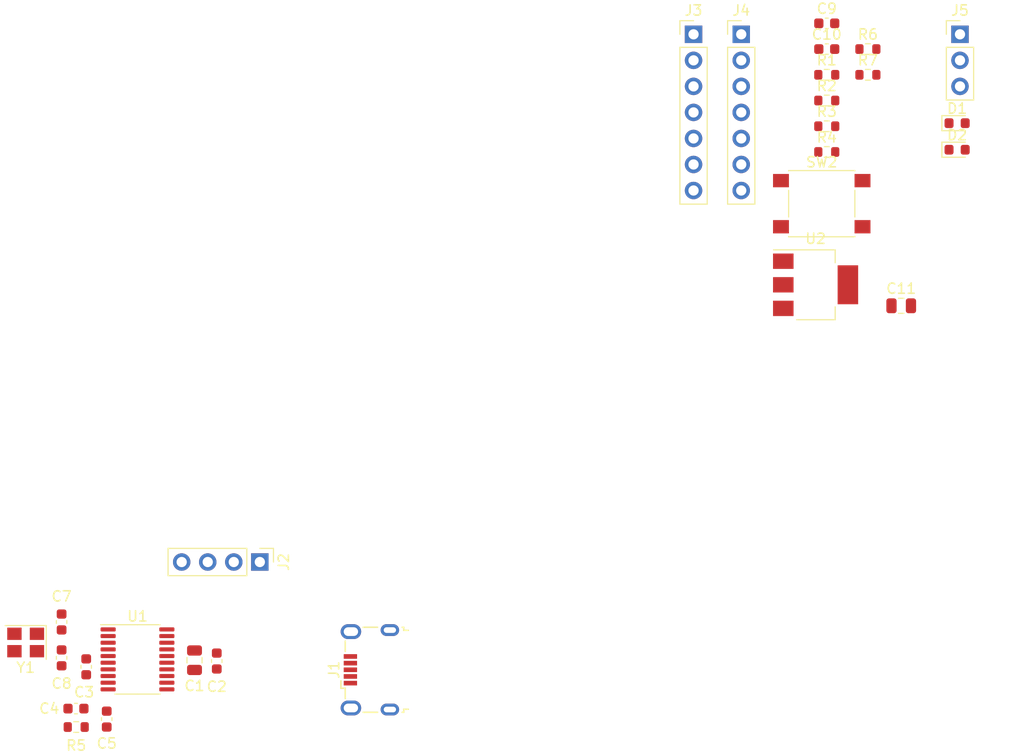
<source format=kicad_pcb>
(kicad_pcb (version 20221018) (generator pcbnew)
  (layers (0 "F.Cu" signal) (31 "B.Cu" power) (34 "B.Paste" user) (35 "F.Paste" user) (36 "B.SilkS" user "B.Silkscreen") (37 "F.SilkS" user "F.Silkscreen") (38 "B.Mask" user) (39 "F.Mask" user) (44 "Edge.Cuts" user))
  (net 0 "")
  (net 1 "+3.3V")
  (net 2 "GND")
  (net 3 "+3.3VA")
  (net 4 "/HSE_IN")
  (net 5 "/HSE_OUT")
  (net 6 "VBUS")
  (net 7 "/NRST")
  (net 8 "/PWR_LED_RED")
  (net 9 "Net-(D2-K)")
  (net 14 "/SWDIO")
  (net 15 "/SWCLK")
  (net 16 "/MISO")
  (net 17 "/SCLK")
  (net 18 "Net-(J3-Pin_3)")
  (net 19 "/USART_RX")
  (net 20 "/USART_TX")
  (net 21 "Net-(J3-Pin_6)")
  (net 22 "Net-(J3-Pin_7)")
  (net 23 "/SDA")
  (net 24 "/SCL")
  (net 25 "/MOSI")
  (net 26 "Net-(J5-Pin_2)")
  (net 27 "/BOOT0")
  (net 28 "Net-(U1-PB1)")
  (net 29 "Net-(Y1-Pad2)")
  (footprint "Capacitor_SMD:C_0603_1608Metric" (layer "F.Cu") (at 97.6 134.85 -90)
    (fp_text reference "C8" (at 2.5 0 -180) (layer "F.SilkS"))
    (fp_text value "20p")
    (fp_line (start -0.14058 -0.51) (end 0.14058 -0.51) (stroke (width 0.12)) (layer "F.SilkS"))
    (fp_line (start -0.14058 0.51) (end 0.14058 0.51) (stroke (width 0.12)) (layer "F.SilkS"))
    (pad "1" smd roundrect (at -0.775 0 270) (size 0.9 0.95) (layers "F.Cu" "F.Paste" "F.Mask") (net 5 "/HSE_OUT"))
    (pad "2" smd roundrect (at 0.775 0 270) (size 0.9 0.95) (layers "F.Cu" "F.Paste" "F.Mask") (net 2 "GND"))
  )
  (footprint "Capacitor_SMD:C_0603_1608Metric" (layer "F.Cu") (at 172.21 75.45)
    (fp_text reference "C10" (at 0 -1.43) (layer "F.SilkS"))
    (fp_text value "10u")
    (fp_line (start -0.14058 -0.51) (end 0.14058 -0.51) (stroke (width 0.12)) (layer "F.SilkS"))
    (fp_line (start -0.14058 0.51) (end 0.14058 0.51) (stroke (width 0.12)) (layer "F.SilkS"))
    (pad "1" smd roundrect (at -0.775 0) (size 0.9 0.95) (layers "F.Cu" "F.Paste" "F.Mask") (net 1 "+3.3V"))
    (pad "2" smd roundrect (at 0.775 0) (size 0.9 0.95) (layers "F.Cu" "F.Paste" "F.Mask") (net 2 "GND"))
  )
  (footprint "Capacitor_SMD:C_0805_2012Metric" (layer "F.Cu") (at 110.56 135.08 -90)
    (fp_text reference "C1" (at 2.5 0 -180) (layer "F.SilkS"))
    (fp_text value "100n")
    (fp_line (start -0.261252 -0.735) (end 0.261252 -0.735) (stroke (width 0.12)) (layer "F.SilkS"))
    (fp_line (start -0.261252 0.735) (end 0.261252 0.735) (stroke (width 0.12)) (layer "F.SilkS"))
    (pad "1" smd roundrect (at -0.95 0 270) (size 1 1.45) (layers "F.Cu" "F.Paste" "F.Mask") (net 1 "+3.3V"))
    (pad "2" smd roundrect (at 0.95 0 270) (size 1 1.45) (layers "F.Cu" "F.Paste" "F.Mask") (net 2 "GND"))
  )
  (footprint "Package_SO:TSSOP-20_4.4x6.5mm_P0.65mm" (layer "F.Cu") (at 105 135)
    (fp_text reference "U1" (at 0 -4.2) (layer "F.SilkS"))
    (fp_text value "STM32F030F4P6")
    (fp_line (start 0 -3.385) (end -3.6 -3.385) (stroke (width 0.12)) (layer "F.SilkS"))
    (fp_line (start 0 -3.385) (end 2.2 -3.385) (stroke (width 0.12)) (layer "F.SilkS"))
    (fp_line (start 0 3.385) (end -2.2 3.385) (stroke (width 0.12)) (layer "F.SilkS"))
    (fp_line (start 0 3.385) (end 2.2 3.385) (stroke (width 0.12)) (layer "F.SilkS"))
    (pad "1" smd roundrect (at -2.8625 -2.925) (size 1.475 0.4) (layers "F.Cu" "F.Paste" "F.Mask") (net 27 "/BOOT0"))
    (pad "2" smd roundrect (at -2.8625 -2.275) (size 1.475 0.4) (layers "F.Cu" "F.Paste" "F.Mask") (net 4 "/HSE_IN"))
    (pad "3" smd roundrect (at -2.8625 -1.625) (size 1.475 0.4) (layers "F.Cu" "F.Paste" "F.Mask") (net 5 "/HSE_OUT"))
    (pad "4" smd roundrect (at -2.8625 -0.975) (size 1.475 0.4) (layers "F.Cu" "F.Paste" "F.Mask") (net 7 "/NRST"))
    (pad "5" smd roundrect (at -2.8625 -0.325) (size 1.475 0.4) (layers "F.Cu" "F.Paste" "F.Mask") (net 3 "+3.3VA"))
    (pad "6" smd roundrect (at -2.8625 0.325) (size 1.475 0.4) (layers "F.Cu" "F.Paste" "F.Mask") (net 22 "Net-(J3-Pin_7)"))
    (pad "7" smd roundrect (at -2.8625 0.975) (size 1.475 0.4) (layers "F.Cu" "F.Paste" "F.Mask") (net 21 "Net-(J3-Pin_6)"))
    (pad "8" smd roundrect (at -2.8625 1.625) (size 1.475 0.4) (layers "F.Cu" "F.Paste" "F.Mask") (net 20 "/USART_TX"))
    (pad "9" smd roundrect (at -2.8625 2.275) (size 1.475 0.4) (layers "F.Cu" "F.Paste" "F.Mask") (net 19 "/USART_RX"))
    (pad "10" smd roundrect (at -2.8625 2.925) (size 1.475 0.4) (layers "F.Cu" "F.Paste" "F.Mask") (net 18 "Net-(J3-Pin_3)"))
    (pad "11" smd roundrect (at 2.8625 2.925) (size 1.475 0.4) (layers "F.Cu" "F.Paste" "F.Mask") (net 17 "/SCLK"))
    (pad "12" smd roundrect (at 2.8625 2.275) (size 1.475 0.4) (layers "F.Cu" "F.Paste" "F.Mask") (net 16 "/MISO"))
    (pad "13" smd roundrect (at 2.8625 1.625) (size 1.475 0.4) (layers "F.Cu" "F.Paste" "F.Mask") (net 25 "/MOSI"))
    (pad "14" smd roundrect (at 2.8625 0.975) (size 1.475 0.4) (layers "F.Cu" "F.Paste" "F.Mask") (net 28 "Net-(U1-PB1)"))
    (pad "15" smd roundrect (at 2.8625 0.325) (size 1.475 0.4) (layers "F.Cu" "F.Paste" "F.Mask") (net 2 "GND"))
    (pad "16" smd roundrect (at 2.8625 -0.325) (size 1.475 0.4) (layers "F.Cu" "F.Paste" "F.Mask") (net 1 "+3.3V"))
    (pad "17" smd roundrect (at 2.8625 -0.975) (size 1.475 0.4) (layers "F.Cu" "F.Paste" "F.Mask") (net 24 "/SCL"))
    (pad "18" smd roundrect (at 2.8625 -1.625) (size 1.475 0.4) (layers "F.Cu" "F.Paste" "F.Mask") (net 23 "/SDA"))
    (pad "19" smd roundrect (at 2.8625 -2.275) (size 1.475 0.4) (layers "F.Cu" "F.Paste" "F.Mask") (net 14 "/SWDIO"))
    (pad "20" smd roundrect (at 2.8625 -2.925) (size 1.475 0.4) (layers "F.Cu" "F.Paste" "F.Mask") (net 15 "/SWCLK"))
  )
  (footprint "Connector_PinHeader_2.54mm:PinHeader_1x07_P2.54mm_Vertical" (layer "F.Cu") (at 163.87 74.01)
    (fp_text reference "J4" (at 0 -2.33) (layer "F.SilkS"))
    (fp_text value "Conn_01x07_Pin")
    (fp_line (start -1.33 -1.33) (end 0 -1.33) (stroke (width 0.12)) (layer "F.SilkS"))
    (fp_line (start -1.33 0) (end -1.33 -1.33) (stroke (width 0.12)) (layer "F.SilkS"))
    (fp_line (start -1.33 1.27) (end -1.33 16.57) (stroke (width 0.12)) (layer "F.SilkS"))
    (fp_line (start -1.33 1.27) (end 1.33 1.27) (stroke (width 0.12)) (layer "F.SilkS"))
    (fp_line (start -1.33 16.57) (end 1.33 16.57) (stroke (width 0.12)) (layer "F.SilkS"))
    (fp_line (start 1.33 1.27) (end 1.33 16.57) (stroke (width 0.12)) (layer "F.SilkS"))
    (pad "1" thru_hole rect (at 0 0) (size 1.7 1.7) (drill 1) (layers "*.Cu" "*.Mask") (net 1 "+3.3V"))
    (pad "2" thru_hole oval (at 0 2.54) (size 1.7 1.7) (drill 1) (layers "*.Cu" "*.Mask") (net 1 "+3.3V"))
    (pad "3" thru_hole oval (at 0 5.08) (size 1.7 1.7) (drill 1) (layers "*.Cu" "*.Mask") (net 2 "GND"))
    (pad "4" thru_hole oval (at 0 7.62) (size 1.7 1.7) (drill 1) (layers "*.Cu" "*.Mask") (net 2 "GND"))
    (pad "5" thru_hole oval (at 0 10.16) (size 1.7 1.7) (drill 1) (layers "*.Cu" "*.Mask") (net 23 "/SDA"))
    (pad "6" thru_hole oval (at 0 12.7) (size 1.7 1.7) (drill 1) (layers "*.Cu" "*.Mask") (net 24 "/SCL"))
    (pad "7" thru_hole oval (at 0 15.24) (size 1.7 1.7) (drill 1) (layers "*.Cu" "*.Mask") (net 25 "/MOSI"))
  )
  (footprint "Connector_USB:USB_Micro-B_Wuerth_629105150521" (layer "F.Cu") (at 127.66 136.015 90)
    (fp_text reference "J1" (at 0 -3.5 90) (layer "F.SilkS"))
    (fp_text value "USB_B_Micro")
    (fp_line (start -4.15 -0.65) (end -4.15 0.75) (stroke (width 0.15)) (layer "F.SilkS"))
    (fp_line (start -4.15 3.15) (end -4.15 3.3) (stroke (width 0.15)) (layer "F.SilkS"))
    (fp_line (start -4.15 3.3) (end -3.85 3.3) (stroke (width 0.15)) (layer "F.SilkS"))
    (fp_line (start -3.85 3.3) (end -3.85 3.75) (stroke (width 0.15)) (layer "F.SilkS"))
    (fp_line (start -1.8 -2.825) (end -1.8 -2.4) (stroke (width 0.15)) (layer "F.SilkS"))
    (fp_line (start -1.8 -2.4) (end -2.8 -2.4) (stroke (width 0.15)) (layer "F.SilkS"))
    (fp_line (start -1.075 -2.825) (end -1.8 -2.825) (stroke (width 0.15)) (layer "F.SilkS"))
    (fp_line (start 1.8 -2.4) (end 2.8 -2.4) (stroke (width 0.15)) (layer "F.SilkS"))
    (fp_line (start 3.85 3.3) (end 4.15 3.3) (stroke (width 0.15)) (layer "F.SilkS"))
    (fp_line (start 3.85 3.75) (end 3.85 3.3) (stroke (width 0.15)) (layer "F.SilkS"))
    (fp_line (start 4.15 0.75) (end 4.15 -0.65) (stroke (width 0.15)) (layer "F.SilkS"))
    (fp_line (start 4.15 3.3) (end 4.15 3.15) (stroke (width 0.15)) (layer "F.SilkS"))
    (pad "" np_thru_hole oval (at -2.5 -0.8 90) (size 0.8 0.8) (drill 0.8) (layers "*.Cu" "*.Mask"))
    (pad "" np_thru_hole oval (at 2.5 -0.8 90) (size 0.8 0.8) (drill 0.8) (layers "*.Cu" "*.Mask"))
    (pad "1" smd rect (at -1.3 -1.9 90) (size 0.45 1.3) (layers "F.Cu" "F.Paste" "F.Mask") (net 6 "VBUS"))
    (pad "2" smd rect (at -0.65 -1.9 90) (size 0.45 1.3) (layers "F.Cu" "F.Paste" "F.Mask"))
    (pad "3" smd rect (at 0 -1.9 90) (size 0.45 1.3) (layers "F.Cu" "F.Paste" "F.Mask"))
    (pad "4" smd rect (at 0.65 -1.9 90) (size 0.45 1.3) (layers "F.Cu" "F.Paste" "F.Mask"))
    (pad "5" smd rect (at 1.3 -1.9 90) (size 0.45 1.3) (layers "F.Cu" "F.Paste" "F.Mask") (net 2 "GND"))
    (pad "6" thru_hole oval (at -3.875 1.95 90) (size 1.15 1.8) (drill oval 0.55 1.2) (layers "*.Cu" "*.Mask"))
    (pad "6" thru_hole oval (at -3.725 -1.85 90) (size 1.45 2) (drill oval 0.85 1.4) (layers "*.Cu" "*.Mask"))
    (pad "6" thru_hole oval (at 3.725 -1.85 90) (size 1.45 2) (drill oval 0.85 1.4) (layers "*.Cu" "*.Mask"))
    (pad "6" thru_hole oval (at 3.875 1.95 90) (size 1.15 1.8) (drill oval 0.55 1.2) (layers "*.Cu" "*.Mask"))
  )
  (footprint "Resistor_SMD:R_0603_1608Metric" (layer "F.Cu") (at 172.21 77.96)
    (fp_text reference "R1" (at 0 -1.43) (layer "F.SilkS"))
    (fp_text value "10K")
    (fp_line (start -0.237258 -0.5225) (end 0.237258 -0.5225) (stroke (width 0.12)) (layer "F.SilkS"))
    (fp_line (start -0.237258 0.5225) (end 0.237258 0.5225) (stroke (width 0.12)) (layer "F.SilkS"))
    (pad "1" smd roundrect (at -0.825 0) (size 0.8 0.95) (layers "F.Cu" "F.Paste" "F.Mask") (net 26 "Net-(J5-Pin_2)"))
    (pad "2" smd roundrect (at 0.825 0) (size 0.8 0.95) (layers "F.Cu" "F.Paste" "F.Mask") (net 27 "/BOOT0"))
  )
  (footprint "Connector_PinHeader_2.54mm:PinHeader_1x07_P2.54mm_Vertical" (layer "F.Cu") (at 159.22 74.01)
    (fp_text reference "J3" (at 0 -2.33) (layer "F.SilkS"))
    (fp_text value "Conn_01x07_Pin")
    (fp_line (start -1.33 -1.33) (end 0 -1.33) (stroke (width 0.12)) (layer "F.SilkS"))
    (fp_line (start -1.33 0) (end -1.33 -1.33) (stroke (width 0.12)) (layer "F.SilkS"))
    (fp_line (start -1.33 1.27) (end -1.33 16.57) (stroke (width 0.12)) (layer "F.SilkS"))
    (fp_line (start -1.33 1.27) (end 1.33 1.27) (stroke (width 0.12)) (layer "F.SilkS"))
    (fp_line (start -1.33 16.57) (end 1.33 16.57) (stroke (width 0.12)) (layer "F.SilkS"))
    (fp_line (start 1.33 1.27) (end 1.33 16.57) (stroke (width 0.12)) (layer "F.SilkS"))
    (pad "1" thru_hole rect (at 0 0) (size 1.7 1.7) (drill 1) (layers "*.Cu" "*.Mask") (net 16 "/MISO"))
    (pad "2" thru_hole oval (at 0 2.54) (size 1.7 1.7) (drill 1) (layers "*.Cu" "*.Mask") (net 17 "/SCLK"))
    (pad "3" thru_hole oval (at 0 5.08) (size 1.7 1.7) (drill 1) (layers "*.Cu" "*.Mask") (net 18 "Net-(J3-Pin_3)"))
    (pad "4" thru_hole oval (at 0 7.62) (size 1.7 1.7) (drill 1) (layers "*.Cu" "*.Mask") (net 19 "/USART_RX"))
    (pad "5" thru_hole oval (at 0 10.16) (size 1.7 1.7) (drill 1) (layers "*.Cu" "*.Mask") (net 20 "/USART_TX"))
    (pad "6" thru_hole oval (at 0 12.7) (size 1.7 1.7) (drill 1) (layers "*.Cu" "*.Mask") (net 21 "Net-(J3-Pin_6)"))
    (pad "7" thru_hole oval (at 0 15.24) (size 1.7 1.7) (drill 1) (layers "*.Cu" "*.Mask") (net 22 "Net-(J3-Pin_7)"))
  )
  (footprint "Capacitor_SMD:C_0603_1608Metric" (layer "F.Cu") (at 172.21 72.94)
    (fp_text reference "C9" (at 0 -1.43) (layer "F.SilkS"))
    (fp_text value "10u")
    (fp_line (start -0.14058 -0.51) (end 0.14058 -0.51) (stroke (width 0.12)) (layer "F.SilkS"))
    (fp_line (start -0.14058 0.51) (end 0.14058 0.51) (stroke (width 0.12)) (layer "F.SilkS"))
    (pad "1" smd roundrect (at -0.775 0) (size 0.9 0.95) (layers "F.Cu" "F.Paste" "F.Mask") (net 6 "VBUS"))
    (pad "2" smd roundrect (at 0.775 0) (size 0.9 0.95) (layers "F.Cu" "F.Paste" "F.Mask") (net 2 "GND"))
  )
  (footprint "LED_SMD:LED_0603_1608Metric" (layer "F.Cu") (at 184.92 82.68)
    (fp_text reference "D1" (at 0 -1.43) (layer "F.SilkS"))
    (fp_text value "RED")
    (fp_line (start -1.485 -0.735) (end -1.485 0.735) (stroke (width 0.12)) (layer "F.SilkS"))
    (fp_line (start -1.485 0.735) (end 0.8 0.735) (stroke (width 0.12)) (layer "F.SilkS"))
    (fp_line (start 0.8 -0.735) (end -1.485 -0.735) (stroke (width 0.12)) (layer "F.SilkS"))
    (pad "1" smd roundrect (at -0.7875 0) (size 0.875 0.95) (layers "F.Cu" "F.Paste" "F.Mask") (net 8 "/PWR_LED_RED"))
    (pad "2" smd roundrect (at 0.7875 0) (size 0.875 0.95) (layers "F.Cu" "F.Paste" "F.Mask") (net 1 "+3.3V"))
  )
  (footprint "LED_SMD:LED_0603_1608Metric" (layer "F.Cu") (at 184.92 85.27)
    (fp_text reference "D2" (at 0 -1.43) (layer "F.SilkS"))
    (fp_text value "RED")
    (fp_line (start -1.485 -0.735) (end -1.485 0.735) (stroke (width 0.12)) (layer "F.SilkS"))
    (fp_line (start -1.485 0.735) (end 0.8 0.735) (stroke (width 0.12)) (layer "F.SilkS"))
    (fp_line (start 0.8 -0.735) (end -1.485 -0.735) (stroke (width 0.12)) (layer "F.SilkS"))
    (pad "1" smd roundrect (at -0.7875 0) (size 0.875 0.95) (layers "F.Cu" "F.Paste" "F.Mask") (net 9 "Net-(D2-K)"))
    (pad "2" smd roundrect (at 0.7875 0) (size 0.875 0.95) (layers "F.Cu" "F.Paste" "F.Mask") (net 1 "+3.3V"))
  )
  (footprint "Connector_PinHeader_2.54mm:PinHeader_1x04_P2.54mm_Vertical" (layer "F.Cu") (at 116.93 125.5 -90)
    (fp_text reference "J2" (at 0 -2.33 90) (layer "F.SilkS"))
    (fp_text value "Conn_01x04_Pin")
    (fp_line (start -1.33 -1.33) (end 0 -1.33) (stroke (width 0.12)) (layer "F.SilkS"))
    (fp_line (start -1.33 0) (end -1.33 -1.33) (stroke (width 0.12)) (layer "F.SilkS"))
    (fp_line (start -1.33 1.27) (end -1.33 8.95) (stroke (width 0.12)) (layer "F.SilkS"))
    (fp_line (start -1.33 1.27) (end 1.33 1.27) (stroke (width 0.12)) (layer "F.SilkS"))
    (fp_line (start -1.33 8.95) (end 1.33 8.95) (stroke (width 0.12)) (layer "F.SilkS"))
    (fp_line (start 1.33 1.27) (end 1.33 8.95) (stroke (width 0.12)) (layer "F.SilkS"))
    (pad "1" thru_hole rect (at 0 0 270) (size 1.7 1.7) (drill 1) (layers "*.Cu" "*.Mask") (net 1 "+3.3V"))
    (pad "2" thru_hole oval (at 0 2.54 270) (size 1.7 1.7) (drill 1) (layers "*.Cu" "*.Mask") (net 14 "/SWDIO"))
    (pad "3" thru_hole oval (at 0 5.08 270) (size 1.7 1.7) (drill 1) (layers "*.Cu" "*.Mask") (net 15 "/SWCLK"))
    (pad "4" thru_hole oval (at 0 7.62 270) (size 1.7 1.7) (drill 1) (layers "*.Cu" "*.Mask") (net 2 "GND"))
  )
  (footprint "Capacitor_SMD:C_0603_1608Metric" (layer "F.Cu") (at 99 139.8)
    (fp_text reference "C4" (at -2.6 0 180) (layer "F.SilkS"))
    (fp_text value "1u")
    (fp_line (start -0.14058 -0.51) (end 0.14058 -0.51) (stroke (width 0.12)) (layer "F.SilkS"))
    (fp_line (start -0.14058 0.51) (end 0.14058 0.51) (stroke (width 0.12)) (layer "F.SilkS"))
    (pad "1" smd roundrect (at -0.775 0) (size 0.9 0.95) (layers "F.Cu" "F.Paste" "F.Mask") (net 3 "+3.3VA"))
    (pad "2" smd roundrect (at 0.775 0) (size 0.9 0.95) (layers "F.Cu" "F.Paste" "F.Mask") (net 2 "GND"))
  )
  (footprint "Capacitor_SMD:C_0603_1608Metric" (layer "F.Cu") (at 102 140.825 90)
    (fp_text reference "C5" (at -2.375 0) (layer "F.SilkS"))
    (fp_text value "1u")
    (fp_line (start -0.14058 -0.51) (end 0.14058 -0.51) (stroke (width 0.12)) (layer "F.SilkS"))
    (fp_line (start -0.14058 0.51) (end 0.14058 0.51) (stroke (width 0.12)) (layer "F.SilkS"))
    (pad "1" smd roundrect (at -0.775 0 90) (size 0.9 0.95) (layers "F.Cu" "F.Paste" "F.Mask") (net 1 "+3.3V"))
    (pad "2" smd roundrect (at 0.775 0 90) (size 0.9 0.95) (layers "F.Cu" "F.Paste" "F.Mask") (net 2 "GND"))
  )
  (footprint "Crystal:Crystal_SMD_3225-4Pin_3.2x2.5mm" (layer "F.Cu") (at 94.1 133.35 180)
    (fp_text reference "Y1" (at 0 -2.45) (layer "F.SilkS"))
    (fp_text value "24Mhz")
    (fp_line (start -2 -1.65) (end -2 1.65) (stroke (width 0.12)) (layer "F.SilkS"))
    (fp_line (start -2 1.65) (end 2 1.65) (stroke (width 0.12)) (layer "F.SilkS"))
    (pad "1" smd rect (at -1.1 0.85 180) (size 1.4 1.2) (layers "F.Cu" "F.Paste" "F.Mask") (net 4 "/HSE_IN"))
    (pad "2" smd rect (at 1.1 0.85 180) (size 1.4 1.2) (layers "F.Cu" "F.Paste" "F.Mask") (net 29 "Net-(Y1-Pad2)"))
    (pad "3" smd rect (at 1.1 -0.85 180) (size 1.4 1.2) (layers "F.Cu" "F.Paste" "F.Mask") (net 5 "/HSE_OUT"))
    (pad "4" smd rect (at -1.1 -0.85 180) (size 1.4 1.2) (layers "F.Cu" "F.Paste" "F.Mask") (net 29 "Net-(Y1-Pad2)"))
  )
  (footprint "Capacitor_SMD:C_0603_1608Metric" (layer "F.Cu") (at 112.73 135.16 -90)
    (fp_text reference "C2" (at 2.5 0 -180) (layer "F.SilkS"))
    (fp_text value "10u")
    (fp_line (start -0.14058 -0.51) (end 0.14058 -0.51) (stroke (width 0.12)) (layer "F.SilkS"))
    (fp_line (start -0.14058 0.51) (end 0.14058 0.51) (stroke (width 0.12)) (layer "F.SilkS"))
    (pad "1" smd roundrect (at -0.775 0 270) (size 0.9 0.95) (layers "F.Cu" "F.Paste" "F.Mask") (net 1 "+3.3V"))
    (pad "2" smd roundrect (at 0.775 0 270) (size 0.9 0.95) (layers "F.Cu" "F.Paste" "F.Mask") (net 2 "GND"))
  )
  (footprint "Resistor_SMD:R_0603_1608Metric" (layer "F.Cu") (at 176.22 75.45)
    (fp_text reference "R6" (at 0 -1.43) (layer "F.SilkS"))
    (fp_text value "1k")
    (fp_line (start -0.237258 -0.5225) (end 0.237258 -0.5225) (stroke (width 0.12)) (layer "F.SilkS"))
    (fp_line (start -0.237258 0.5225) (end 0.237258 0.5225) (stroke (width 0.12)) (layer "F.SilkS"))
    (pad "1" smd roundrect (at -0.825 0) (size 0.8 0.95) (layers "F.Cu" "F.Paste" "F.Mask") (net 28 "Net-(U1-PB1)"))
    (pad "2" smd roundrect (at 0.825 0) (size 0.8 0.95) (layers "F.Cu" "F.Paste" "F.Mask") (net 9 "Net-(D2-K)"))
  )
  (footprint "Package_TO_SOT_SMD:SOT-223-3_TabPin2" (layer "F.Cu") (at 171.12 98.45)
    (fp_text reference "U2" (at 0 -4.5) (layer "F.SilkS"))
    (fp_text value "AMS1117-3.3")
    (fp_line (start -4.1 -3.41) (end 1.91 -3.41) (stroke (width 0.12)) (layer "F.SilkS"))
    (fp_line (start -1.85 3.41) (end 1.91 3.41) (stroke (width 0.12)) (layer "F.SilkS"))
    (fp_line (start 1.91 -3.41) (end 1.91 -2.15) (stroke (width 0.12)) (layer "F.SilkS"))
    (fp_line (start 1.91 3.41) (end 1.91 2.15) (stroke (width 0.12)) (layer "F.SilkS"))
    (pad "1" smd rect (at -3.15 -2.3) (size 2 1.5) (layers "F.Cu" "F.Paste" "F.Mask") (net 2 "GND"))
    (pad "2" smd rect (at -3.15 0) (size 2 1.5) (layers "F.Cu" "F.Paste" "F.Mask") (net 1 "+3.3V"))
    (pad "2" smd rect (at 3.15 0) (size 2 3.8) (layers "F.Cu" "F.Paste" "F.Mask") (net 1 "+3.3V"))
    (pad "3" smd rect (at -3.15 2.3) (size 2 1.5) (layers "F.Cu" "F.Paste" "F.Mask") (net 6 "VBUS"))
  )
  (footprint "Resistor_SMD:R_0603_1608Metric" (layer "F.Cu") (at 172.21 85.49)
    (fp_text reference "R4" (at 0 -1.43) (layer "F.SilkS"))
    (fp_text value "1k")
    (fp_line (start -0.237258 -0.5225) (end 0.237258 -0.5225) (stroke (width 0.12)) (layer "F.SilkS"))
    (fp_line (start -0.237258 0.5225) (end 0.237258 0.5225) (stroke (width 0.12)) (layer "F.SilkS"))
    (pad "1" smd roundrect (at -0.825 0) (size 0.8 0.95) (layers "F.Cu" "F.Paste" "F.Mask") (net 1 "+3.3V"))
    (pad "2" smd roundrect (at 0.825 0) (size 0.8 0.95) (layers "F.Cu" "F.Paste" "F.Mask") (net 24 "/SCL"))
  )
  (footprint "Capacitor_SMD:C_0805_2012Metric" (layer "F.Cu") (at 179.47 100.5)
    (fp_text reference "C11" (at 0 -1.68) (layer "F.SilkS"))
    (fp_text value "100n")
    (fp_line (start -0.261252 -0.735) (end 0.261252 -0.735) (stroke (width 0.12)) (layer "F.SilkS"))
    (fp_line (start -0.261252 0.735) (end 0.261252 0.735) (stroke (width 0.12)) (layer "F.SilkS"))
    (pad "1" smd roundrect (at -0.95 0) (size 1 1.45) (layers "F.Cu" "F.Paste" "F.Mask") (net 7 "/NRST"))
    (pad "2" smd roundrect (at 0.95 0) (size 1 1.45) (layers "F.Cu" "F.Paste" "F.Mask") (net 2 "GND"))
  )
  (footprint "Resistor_SMD:R_0603_1608Metric" (layer "F.Cu") (at 172.21 80.47)
    (fp_text reference "R2" (at 0 -1.43) (layer "F.SilkS"))
    (fp_text value "1k")
    (fp_line (start -0.237258 -0.5225) (end 0.237258 -0.5225) (stroke (width 0.12)) (layer "F.SilkS"))
    (fp_line (start -0.237258 0.5225) (end 0.237258 0.5225) (stroke (width 0.12)) (layer "F.SilkS"))
    (pad "1" smd roundrect (at -0.825 0) (size 0.8 0.95) (layers "F.Cu" "F.Paste" "F.Mask") (net 8 "/PWR_LED_RED"))
    (pad "2" smd roundrect (at 0.825 0) (size 0.8 0.95) (layers "F.Cu" "F.Paste" "F.Mask") (net 2 "GND"))
  )
  (footprint "Resistor_SMD:R_0603_1608Metric" (layer "F.Cu") (at 99.025 141.6)
    (fp_text reference "R5" (at 0 1.8) (layer "F.SilkS"))
    (fp_text value "1k")
    (fp_line (start -0.237258 -0.5225) (end 0.237258 -0.5225) (stroke (width 0.12)) (layer "F.SilkS"))
    (fp_line (start -0.237258 0.5225) (end 0.237258 0.5225) (stroke (width 0.12)) (layer "F.SilkS"))
    (pad "1" smd roundrect (at -0.825 0) (size 0.8 0.95) (layers "F.Cu" "F.Paste" "F.Mask") (net 3 "+3.3VA"))
    (pad "2" smd roundrect (at 0.825 0) (size 0.8 0.95) (layers "F.Cu" "F.Paste" "F.Mask") (net 1 "+3.3V"))
  )
  (footprint "Button_Switch_SMD:SW_Push_1P1T_NO_6x6mm_H9.5mm" (layer "F.Cu") (at 171.72 90.535)
    (fp_text reference "SW2" (at 0 -4.05) (layer "F.SilkS"))
    (fp_text value "SW_Push")
    (fp_line (start -3.23 -3.23) (end 3.23 -3.23) (stroke (width 0.12)) (layer "F.SilkS"))
    (fp_line (start -3.23 -3.2) (end -3.23 -3.23) (stroke (width 0.12)) (layer "F.SilkS"))
    (fp_line (start -3.23 -1.3) (end -3.23 1.3) (stroke (width 0.12)) (layer "F.SilkS"))
    (fp_line (start -3.23 3.23) (end -3.23 3.2) (stroke (width 0.12)) (layer "F.SilkS"))
    (fp_line (start -3.23 3.23) (end 3.23 3.23) (stroke (width 0.12)) (layer "F.SilkS"))
    (fp_line (start 3.23 -3.23) (end 3.23 -3.2) (stroke (width 0.12)) (layer "F.SilkS"))
    (fp_line (start 3.23 -1.3) (end 3.23 1.3) (stroke (width 0.12)) (layer "F.SilkS"))
    (fp_line (start 3.23 3.23) (end 3.23 3.2) (stroke (width 0.12)) (layer "F.SilkS"))
    (pad "1" smd rect (at -3.975 -2.25) (size 1.55 1.3) (layers "F.Cu" "F.Paste" "F.Mask") (net 2 "GND"))
    (pad "1" smd rect (at 3.975 -2.25) (size 1.55 1.3) (layers "F.Cu" "F.Paste" "F.Mask") (net 2 "GND"))
    (pad "2" smd rect (at -3.975 2.25) (size 1.55 1.3) (layers "F.Cu" "F.Paste" "F.Mask") (net 7 "/NRST"))
    (pad "2" smd rect (at 3.975 2.25) (size 1.55 1.3) (layers "F.Cu" "F.Paste" "F.Mask") (net 7 "/NRST"))
  )
  (footprint "Resistor_SMD:R_0603_1608Metric" (layer "F.Cu") (at 172.21 82.98)
    (fp_text reference "R3" (at 0 -1.43) (layer "F.SilkS"))
    (fp_text value "1k")
    (fp_line (start -0.237258 -0.5225) (end 0.237258 -0.5225) (stroke (width 0.12)) (layer "F.SilkS"))
    (fp_line (start -0.237258 0.5225) (end 0.237258 0.5225) (stroke (width 0.12)) (layer "F.SilkS"))
    (pad "1" smd roundrect (at -0.825 0) (size 0.8 0.95) (layers "F.Cu" "F.Paste" "F.Mask") (net 1 "+3.3V"))
    (pad "2" smd roundrect (at 0.825 0) (size 0.8 0.95) (layers "F.Cu" "F.Paste" "F.Mask") (net 23 "/SDA"))
  )
  (footprint "Capacitor_SMD:C_0603_1608Metric" (layer "F.Cu") (at 100 135.725 -90)
    (fp_text reference "C3" (at 2.475 0.2 -180) (layer "F.SilkS"))
    (fp_text value "10n")
    (fp_line (start -0.14058 -0.51) (end 0.14058 -0.51) (stroke (width 0.12)) (layer "F.SilkS"))
    (fp_line (start -0.14058 0.51) (end 0.14058 0.51) (stroke (width 0.12)) (layer "F.SilkS"))
    (pad "1" smd roundrect (at -0.775 0 270) (size 0.9 0.95) (layers "F.Cu" "F.Paste" "F.Mask") (net 3 "+3.3VA"))
    (pad "2" smd roundrect (at 0.775 0 270) (size 0.9 0.95) (layers "F.Cu" "F.Paste" "F.Mask") (net 2 "GND"))
  )
  (footprint "Resistor_SMD:R_0603_1608Metric" (layer "F.Cu") (at 176.22 77.96)
    (fp_text reference "R7" (at 0 -1.43) (layer "F.SilkS"))
    (fp_text value "1k")
    (fp_line (start -0.237258 -0.5225) (end 0.237258 -0.5225) (stroke (width 0.12)) (layer "F.SilkS"))
    (fp_line (start -0.237258 0.5225) (end 0.237258 0.5225) (stroke (width 0.12)) (layer "F.SilkS"))
    (pad "1" smd roundrect (at -0.825 0) (size 0.8 0.95) (layers "F.Cu" "F.Paste" "F.Mask") (net 1 "+3.3V"))
    (pad "2" smd roundrect (at 0.825 0) (size 0.8 0.95) (layers "F.Cu" "F.Paste" "F.Mask") (net 7 "/NRST"))
  )
  (footprint "Capacitor_SMD:C_0603_1608Metric" (layer "F.Cu") (at 97.6 131.35 90)
    (fp_text reference "C7" (at 2.5 0 180) (layer "F.SilkS"))
    (fp_text value "20p")
    (fp_line (start -0.14058 -0.51) (end 0.14058 -0.51) (stroke (width 0.12)) (layer "F.SilkS"))
    (fp_line (start -0.14058 0.51) (end 0.14058 0.51) (stroke (width 0.12)) (layer "F.SilkS"))
    (pad "1" smd roundrect (at -0.775 0 90) (size 0.9 0.95) (layers "F.Cu" "F.Paste" "F.Mask") (net 4 "/HSE_IN"))
    (pad "2" smd roundrect (at 0.775 0 90) (size 0.9 0.95) (layers "F.Cu" "F.Paste" "F.Mask") (net 2 "GND"))
  )
  (footprint "Connector_PinHeader_2.54mm:PinHeader_1x03_P2.54mm_Vertical" (layer "F.Cu") (at 185.2 74.01)
    (fp_text reference "J5" (at 0 -2.33) (layer "F.SilkS"))
    (fp_text value "Conn_01x03_Pin")
    (fp_line (start -1.33 -1.33) (end 0 -1.33) (stroke (width 0.12)) (layer "F.SilkS"))
    (fp_line (start -1.33 0) (end -1.33 -1.33) (stroke (width 0.12)) (layer "F.SilkS"))
    (fp_line (start -1.33 1.27) (end -1.33 6.41) (stroke (width 0.12)) (layer "F.SilkS"))
    (fp_line (start -1.33 1.27) (end 1.33 1.27) (stroke (width 0.12)) (layer "F.SilkS"))
    (fp_line (start -1.33 6.41) (end 1.33 6.41) (stroke (width 0.12)) (layer "F.SilkS"))
    (fp_line (start 1.33 1.27) (end 1.33 6.41) (stroke (width 0.12)) (layer "F.SilkS"))
    (pad "1" thru_hole rect (at 0 0) (size 1.7 1.7) (drill 1) (layers "*.Cu" "*.Mask") (net 2 "GND"))
    (pad "2" thru_hole oval (at 0 2.54) (size 1.7 1.7) (drill 1) (layers "*.Cu" "*.Mask") (net 26 "Net-(J5-Pin_2)"))
    (pad "3" thru_hole oval (at 0 5.08) (size 1.7 1.7) (drill 1) (layers "*.Cu" "*.Mask") (net 1 "+3.3V"))
  )
)
</source>
